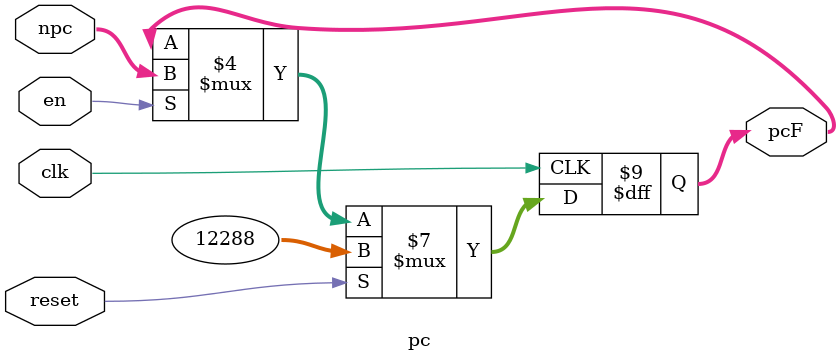
<source format=v>
`timescale 1ns / 1ps
module pc(
    input [31:0] npc,
	 input reset,
    input clk,
    input en,
    output reg [31:0] pcF
    );
	 initial begin
	     pcF = 32'h00003000;
	 end
	 always@(posedge clk)begin
	    if(reset) pcF <= 32'h00003000;
		 else begin
		    if(en) pcF <= npc;
			 else pcF <= pcF;
		 end
	 end


endmodule

</source>
